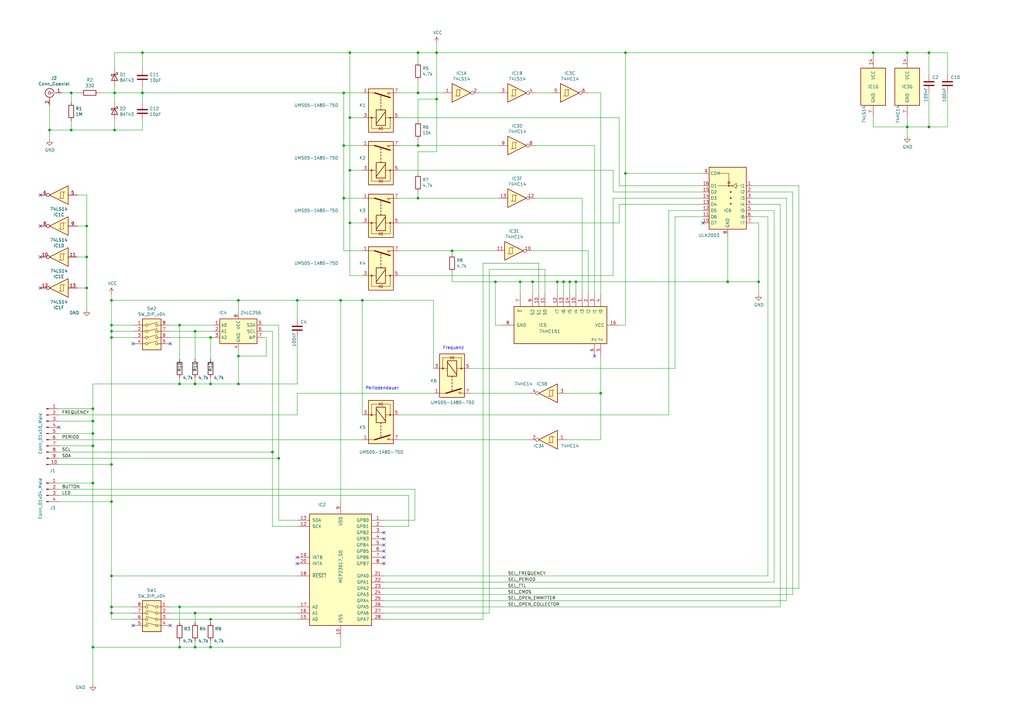
<source format=kicad_sch>
(kicad_sch (version 20211123) (generator eeschema)
  (paper "A3")
  (lib_symbols
    (symbol "100-MHz-TTL-CMOS-rescue:74HC14-74xx-100-MHz-TTL-CMOS-rescue" (pin_names (offset 1.016))
      (property "Reference" "U" (at 0 1.27 0))
      (property "Value" "74HC14-74xx-100-MHz-TTL-CMOS-rescue" (at 0 -1.27 0))
      (symbol "74HC14-74xx-100-MHz-TTL-CMOS-rescue_1_0"
        (pin input line (at -7.62 0 0) (length 3.81) (name "~") (number "1"))
        (pin output inverted (at 7.62 0 180) (length 3.81) (name "~") (number "2"))
      )
      (symbol "74HC14-74xx-100-MHz-TTL-CMOS-rescue_2_0"
        (pin input line (at -7.62 0 0) (length 3.81) (name "~") (number "3"))
        (pin output inverted (at 7.62 0 180) (length 3.81) (name "~") (number "4"))
      )
      (symbol "74HC14-74xx-100-MHz-TTL-CMOS-rescue_3_0"
        (pin input line (at -7.62 0 0) (length 3.81) (name "~") (number "5"))
        (pin output inverted (at 7.62 0 180) (length 3.81) (name "~") (number "6"))
      )
      (symbol "74HC14-74xx-100-MHz-TTL-CMOS-rescue_4_0"
        (pin output inverted (at 7.62 0 180) (length 3.81) (name "~") (number "8"))
        (pin input line (at -7.62 0 0) (length 3.81) (name "~") (number "9"))
      )
      (symbol "74HC14-74xx-100-MHz-TTL-CMOS-rescue_5_0"
        (pin output inverted (at 7.62 0 180) (length 3.81) (name "~") (number "10"))
        (pin input line (at -7.62 0 0) (length 3.81) (name "~") (number "11"))
      )
      (symbol "74HC14-74xx-100-MHz-TTL-CMOS-rescue_6_0"
        (pin output inverted (at 7.62 0 180) (length 3.81) (name "~") (number "12"))
        (pin input line (at -7.62 0 0) (length 3.81) (name "~") (number "13"))
      )
      (symbol "74HC14-74xx-100-MHz-TTL-CMOS-rescue_7_0"
        (pin power_in line (at 0 12.7 270) (length 5.08) (name "VCC") (number "14"))
        (pin power_in line (at 0 -12.7 90) (length 5.08) (name "GND") (number "7"))
      )
    )
    (symbol "100-MHz-TTL-CMOS-rescue:74LS14-74xx-100-MHz-TTL-CMOS-rescue" (pin_names (offset 1.016))
      (property "Reference" "U" (at 0 1.27 0))
      (property "Value" "74LS14-74xx-100-MHz-TTL-CMOS-rescue" (at 0 -1.27 0))
      (symbol "74LS14-74xx-100-MHz-TTL-CMOS-rescue_1_0"
        (pin input line (at -7.62 0 0) (length 3.81) (name "~") (number "1"))
        (pin output inverted (at 7.62 0 180) (length 3.81) (name "~") (number "2"))
      )
      (symbol "74LS14-74xx-100-MHz-TTL-CMOS-rescue_2_0"
        (pin input line (at -7.62 0 0) (length 3.81) (name "~") (number "3"))
        (pin output inverted (at 7.62 0 180) (length 3.81) (name "~") (number "4"))
      )
      (symbol "74LS14-74xx-100-MHz-TTL-CMOS-rescue_3_0"
        (pin input line (at -7.62 0 0) (length 3.81) (name "~") (number "5"))
        (pin output inverted (at 7.62 0 180) (length 3.81) (name "~") (number "6"))
      )
      (symbol "74LS14-74xx-100-MHz-TTL-CMOS-rescue_4_0"
        (pin output inverted (at 7.62 0 180) (length 3.81) (name "~") (number "8"))
        (pin input line (at -7.62 0 0) (length 3.81) (name "~") (number "9"))
      )
      (symbol "74LS14-74xx-100-MHz-TTL-CMOS-rescue_5_0"
        (pin output inverted (at 7.62 0 180) (length 3.81) (name "~") (number "10"))
        (pin input line (at -7.62 0 0) (length 3.81) (name "~") (number "11"))
      )
      (symbol "74LS14-74xx-100-MHz-TTL-CMOS-rescue_6_0"
        (pin output inverted (at 7.62 0 180) (length 3.81) (name "~") (number "12"))
        (pin input line (at -7.62 0 0) (length 3.81) (name "~") (number "13"))
      )
      (symbol "74LS14-74xx-100-MHz-TTL-CMOS-rescue_7_0"
        (pin power_in line (at 0 12.7 270) (length 5.08) (name "VCC") (number "14"))
        (pin power_in line (at 0 -12.7 90) (length 5.08) (name "GND") (number "7"))
      )
    )
    (symbol "100-MHz-TTL-CMOS-rescue:74LS151-74xx-100-MHz-TTL-CMOS-rescue" (pin_names (offset 1.016))
      (property "Reference" "U" (at -7.62 19.05 0))
      (property "Value" "74LS151-74xx-100-MHz-TTL-CMOS-rescue" (at -7.62 -21.59 0))
      (symbol "74LS151-74xx-100-MHz-TTL-CMOS-rescue_1_0"
        (pin input line (at -12.7 7.62 0) (length 5.08) (name "I3") (number "1"))
        (pin input line (at -12.7 -10.16 0) (length 5.08) (name "S1") (number "10"))
        (pin input line (at -12.7 -7.62 0) (length 5.08) (name "S0") (number "11"))
        (pin input line (at -12.7 -2.54 0) (length 5.08) (name "I7") (number "12"))
        (pin input line (at -12.7 0 0) (length 5.08) (name "I6") (number "13"))
        (pin input line (at -12.7 2.54 0) (length 5.08) (name "I5") (number "14"))
        (pin input line (at -12.7 5.08 0) (length 5.08) (name "I4") (number "15"))
        (pin power_in line (at 0 22.86 270) (length 5.08) (name "VCC") (number "16"))
        (pin input line (at -12.7 10.16 0) (length 5.08) (name "I2") (number "2"))
        (pin input line (at -12.7 12.7 0) (length 5.08) (name "I1") (number "3"))
        (pin input line (at -12.7 15.24 0) (length 5.08) (name "I0") (number "4"))
        (pin output line (at 12.7 15.24 180) (length 5.08) (name "Z") (number "5"))
        (pin output line (at 12.7 12.7 180) (length 5.08) (name "~{Z}") (number "6"))
        (pin input line (at -12.7 -17.78 0) (length 5.08) (name "~{E}") (number "7"))
        (pin power_in line (at 0 -25.4 90) (length 5.08) (name "GND") (number "8"))
        (pin input line (at -12.7 -12.7 0) (length 5.08) (name "S2") (number "9"))
      )
    )
    (symbol "100-MHz-TTL-CMOS-rescue:BAT43-Diode-100-MHz-TTL-CMOS-rescue" (pin_numbers hide) (pin_names (offset 1.016) hide)
      (property "Reference" "D" (at 0 2.54 0))
      (property "Value" "BAT43-Diode-100-MHz-TTL-CMOS-rescue" (at 0 -2.54 0))
      (symbol "BAT43-Diode-100-MHz-TTL-CMOS-rescue_1_1"
        (pin passive line (at -3.81 0 0) (length 2.54) (name "K") (number "1"))
        (pin passive line (at 3.81 0 180) (length 2.54) (name "A") (number "2"))
      )
    )
    (symbol "100-MHz-TTL-CMOS-rescue:C-Device-100-MHz-TTL-CMOS-rescue" (pin_numbers hide) (pin_names (offset 0.254))
      (property "Reference" "C" (at 0.635 2.54 0))
      (property "Value" "C-Device-100-MHz-TTL-CMOS-rescue" (at 0.635 -2.54 0))
      (symbol "C-Device-100-MHz-TTL-CMOS-rescue_1_1"
        (pin passive line (at 0 3.81 270) (length 2.794) (name "~") (number "1"))
        (pin passive line (at 0 -3.81 90) (length 2.794) (name "~") (number "2"))
      )
    )
    (symbol "100-MHz-TTL-CMOS-rescue:Conn_01x04_Male-Connector-100-MHz-TTL-CMOS-rescue" (pin_names (offset 1.016) hide)
      (property "Reference" "J" (at 0 5.08 0))
      (property "Value" "Conn_01x04_Male-Connector-100-MHz-TTL-CMOS-rescue" (at 0 -7.62 0))
      (symbol "Conn_01x04_Male-Connector-100-MHz-TTL-CMOS-rescue_1_1"
        (pin passive line (at 5.08 2.54 180) (length 3.81) (name "Pin_1") (number "1"))
        (pin passive line (at 5.08 0 180) (length 3.81) (name "Pin_2") (number "2"))
        (pin passive line (at 5.08 -2.54 180) (length 3.81) (name "Pin_3") (number "3"))
        (pin passive line (at 5.08 -5.08 180) (length 3.81) (name "Pin_4") (number "4"))
      )
    )
    (symbol "100-MHz-TTL-CMOS-rescue:Conn_01x10_Male-Connector-100-MHz-TTL-CMOS-rescue" (pin_names (offset 1.016) hide)
      (property "Reference" "J" (at 0 12.7 0))
      (property "Value" "Conn_01x10_Male-Connector-100-MHz-TTL-CMOS-rescue" (at 0 -15.24 0))
      (symbol "Conn_01x10_Male-Connector-100-MHz-TTL-CMOS-rescue_1_1"
        (pin passive line (at 5.08 10.16 180) (length 3.81) (name "Pin_1") (number "1"))
        (pin passive line (at 5.08 -12.7 180) (length 3.81) (name "Pin_10") (number "10"))
        (pin passive line (at 5.08 7.62 180) (length 3.81) (name "Pin_2") (number "2"))
        (pin passive line (at 5.08 5.08 180) (length 3.81) (name "Pin_3") (number "3"))
        (pin passive line (at 5.08 2.54 180) (length 3.81) (name "Pin_4") (number "4"))
        (pin passive line (at 5.08 0 180) (length 3.81) (name "Pin_5") (number "5"))
        (pin passive line (at 5.08 -2.54 180) (length 3.81) (name "Pin_6") (number "6"))
        (pin passive line (at 5.08 -5.08 180) (length 3.81) (name "Pin_7") (number "7"))
        (pin passive line (at 5.08 -7.62 180) (length 3.81) (name "Pin_8") (number "8"))
        (pin passive line (at 5.08 -10.16 180) (length 3.81) (name "Pin_9") (number "9"))
      )
    )
    (symbol "100-MHz-TTL-CMOS-rescue:Conn_Coaxial-Connector-100-MHz-TTL-CMOS-rescue" (pin_names (offset 1.016) hide)
      (property "Reference" "J" (at 0.254 3.048 0))
      (property "Value" "Conn_Coaxial-Connector-100-MHz-TTL-CMOS-rescue" (at 2.921 0 90))
      (symbol "Conn_Coaxial-Connector-100-MHz-TTL-CMOS-rescue_1_1"
        (pin passive line (at -5.08 0 0) (length 2.54) (name "In") (number "1"))
        (pin passive line (at 0 -5.08 90) (length 2.54) (name "Ext") (number "2"))
      )
    )
    (symbol "100-MHz-TTL-CMOS-rescue:GND-power-100-MHz-TTL-CMOS-rescue" (power) (pin_names (offset 0))
      (property "Value" "GND-power-100-MHz-TTL-CMOS-rescue" (at 0 -3.81 0))
      (symbol "GND-power-100-MHz-TTL-CMOS-rescue_1_1"
        (pin power_in line (at 0 0 270) (length 0) hide (name "GND") (number "1"))
      )
    )
    (symbol "100-MHz-TTL-CMOS-rescue:MCP23017_SO-Interface_Expansion-100-MHz-TTL-CMOS-rescue" (pin_names (offset 1.016))
      (property "Reference" "U" (at -11.43 24.13 0))
      (property "Value" "MCP23017_SO-Interface_Expansion-100-MHz-TTL-CMOS-rescue" (at 0 0 0))
      (symbol "MCP23017_SO-Interface_Expansion-100-MHz-TTL-CMOS-rescue_1_1"
        (pin bidirectional line (at 17.78 20.32 180) (length 5.08) (name "GPB0") (number "1"))
        (pin power_in line (at 0 -27.94 90) (length 5.08) (name "VSS") (number "10"))
        (pin no_connect line (at -12.7 15.24 0) (length 5.08) hide (name "NC") (number "11"))
        (pin input line (at -17.78 17.78 0) (length 5.08) (name "SCK") (number "12"))
        (pin bidirectional line (at -17.78 20.32 0) (length 5.08) (name "SDA") (number "13"))
        (pin no_connect line (at -12.7 12.7 0) (length 5.08) hide (name "NC") (number "14"))
        (pin input line (at -17.78 -20.32 0) (length 5.08) (name "A0") (number "15"))
        (pin input line (at -17.78 -17.78 0) (length 5.08) (name "A1") (number "16"))
        (pin input line (at -17.78 -15.24 0) (length 5.08) (name "A2") (number "17"))
        (pin input line (at -17.78 -2.54 0) (length 5.08) (name "~{RESET}") (number "18"))
        (pin tri_state line (at -17.78 5.08 0) (length 5.08) (name "INTB") (number "19"))
        (pin bidirectional line (at 17.78 17.78 180) (length 5.08) (name "GPB1") (number "2"))
        (pin tri_state line (at -17.78 2.54 0) (length 5.08) (name "INTA") (number "20"))
        (pin bidirectional line (at 17.78 -2.54 180) (length 5.08) (name "GPA0") (number "21"))
        (pin bidirectional line (at 17.78 -5.08 180) (length 5.08) (name "GPA1") (number "22"))
        (pin bidirectional line (at 17.78 -7.62 180) (length 5.08) (name "GPA2") (number "23"))
        (pin bidirectional line (at 17.78 -10.16 180) (length 5.08) (name "GPA3") (number "24"))
        (pin bidirectional line (at 17.78 -12.7 180) (length 5.08) (name "GPA4") (number "25"))
        (pin bidirectional line (at 17.78 -15.24 180) (length 5.08) (name "GPA5") (number "26"))
        (pin bidirectional line (at 17.78 -17.78 180) (length 5.08) (name "GPA6") (number "27"))
        (pin bidirectional line (at 17.78 -20.32 180) (length 5.08) (name "GPA7") (number "28"))
        (pin bidirectional line (at 17.78 15.24 180) (length 5.08) (name "GPB2") (number "3"))
        (pin bidirectional line (at 17.78 12.7 180) (length 5.08) (name "GPB3") (number "4"))
        (pin bidirectional line (at 17.78 10.16 180) (length 5.08) (name "GPB4") (number "5"))
        (pin bidirectional line (at 17.78 7.62 180) (length 5.08) (name "GPB5") (number "6"))
        (pin bidirectional line (at 17.78 5.08 180) (length 5.08) (name "GPB6") (number "7"))
        (pin bidirectional line (at 17.78 2.54 180) (length 5.08) (name "GPB7") (number "8"))
        (pin power_in line (at 0 27.94 270) (length 5.08) (name "VDD") (number "9"))
      )
    )
    (symbol "100-MHz-TTL-CMOS-rescue:R-Device-100-MHz-TTL-CMOS-rescue" (pin_numbers hide) (pin_names (offset 0))
      (property "Reference" "R" (at 2.032 0 90))
      (property "Value" "R-Device-100-MHz-TTL-CMOS-rescue" (at 0 0 90))
      (symbol "R-Device-100-MHz-TTL-CMOS-rescue_1_1"
        (pin passive line (at 0 3.81 270) (length 1.27) (name "~") (number "1"))
        (pin passive line (at 0 -3.81 90) (length 1.27) (name "~") (number "2"))
      )
    )
    (symbol "100-MHz-TTL-CMOS-rescue:SW_DIP_x04-Switch-100-MHz-TTL-CMOS-rescue" (pin_names (offset 0) hide)
      (property "Reference" "SW" (at 0 8.89 0))
      (property "Value" "SW_DIP_x04-Switch-100-MHz-TTL-CMOS-rescue" (at 0 -6.35 0))
      (symbol "SW_DIP_x04-Switch-100-MHz-TTL-CMOS-rescue_1_1"
        (pin passive line (at -7.62 5.08 0) (length 5.08) (name "~") (number "1"))
        (pin passive line (at -7.62 2.54 0) (length 5.08) (name "~") (number "2"))
        (pin passive line (at -7.62 0 0) (length 5.08) (name "~") (number "3"))
        (pin passive line (at -7.62 -2.54 0) (length 5.08) (name "~") (number "4"))
        (pin passive line (at 7.62 -2.54 180) (length 5.08) (name "~") (number "5"))
        (pin passive line (at 7.62 0 180) (length 5.08) (name "~") (number "6"))
        (pin passive line (at 7.62 2.54 180) (length 5.08) (name "~") (number "7"))
        (pin passive line (at 7.62 5.08 180) (length 5.08) (name "~") (number "8"))
      )
    )
    (symbol "100-MHz-TTL-CMOS-rescue:ULN2003-Transistor_Array-100-MHz-TTL-CMOS-rescue"
      (property "Reference" "U" (at 0 15.875 0))
      (property "Value" "ULN2003-Transistor_Array-100-MHz-TTL-CMOS-rescue" (at 0 13.97 0))
      (symbol "ULN2003-Transistor_Array-100-MHz-TTL-CMOS-rescue_1_1"
        (pin input line (at -10.16 5.08 0) (length 2.54) (name "I1") (number "1"))
        (pin open_collector line (at 10.16 -10.16 180) (length 2.54) (name "O7") (number "10"))
        (pin open_collector line (at 10.16 -7.62 180) (length 2.54) (name "O6") (number "11"))
        (pin open_collector line (at 10.16 -5.08 180) (length 2.54) (name "O5") (number "12"))
        (pin open_collector line (at 10.16 -2.54 180) (length 2.54) (name "O4") (number "13"))
        (pin open_collector line (at 10.16 0 180) (length 2.54) (name "O3") (number "14"))
        (pin open_collector line (at 10.16 2.54 180) (length 2.54) (name "O2") (number "15"))
        (pin open_collector line (at 10.16 5.08 180) (length 2.54) (name "O1") (number "16"))
        (pin input line (at -10.16 2.54 0) (length 2.54) (name "I2") (number "2"))
        (pin input line (at -10.16 0 0) (length 2.54) (name "I3") (number "3"))
        (pin input line (at -10.16 -2.54 0) (length 2.54) (name "I4") (number "4"))
        (pin input line (at -10.16 -5.08 0) (length 2.54) (name "I5") (number "5"))
        (pin input line (at -10.16 -7.62 0) (length 2.54) (name "I6") (number "6"))
        (pin input line (at -10.16 -10.16 0) (length 2.54) (name "I7") (number "7"))
        (pin power_in line (at 0 -15.24 90) (length 2.54) (name "GND") (number "8"))
        (pin passive line (at 10.16 10.16 180) (length 2.54) (name "COM") (number "9"))
      )
    )
    (symbol "100-MHz-TTL-CMOS-rescue:VCC-power-100-MHz-TTL-CMOS-rescue" (power) (pin_names (offset 0))
      (property "Value" "VCC-power-100-MHz-TTL-CMOS-rescue" (at 0 3.81 0))
      (symbol "VCC-power-100-MHz-TTL-CMOS-rescue_1_1"
        (pin power_in line (at 0 0 90) (length 0) hide (name "VCC") (number "1"))
      )
    )
    (symbol "Memory_EEPROM:24LC256"
      (property "Reference" "U" (at -6.35 6.35 0))
      (property "Value" "24LC256" (at 1.27 6.35 0))
      (symbol "24LC256_1_1"
        (pin input line (at -10.16 2.54 0) (length 2.54) (name "A0") (number "1"))
        (pin input line (at -10.16 0 0) (length 2.54) (name "A1") (number "2"))
        (pin input line (at -10.16 -2.54 0) (length 2.54) (name "A2") (number "3"))
        (pin power_in line (at 0 -7.62 90) (length 2.54) (name "GND") (number "4"))
        (pin bidirectional line (at 10.16 2.54 180) (length 2.54) (name "SDA") (number "5"))
        (pin input line (at 10.16 0 180) (length 2.54) (name "SCL") (number "6"))
        (pin input line (at 10.16 -2.54 180) (length 2.54) (name "WP") (number "7"))
        (pin power_in line (at 0 7.62 270) (length 2.54) (name "VCC") (number "8"))
      )
    )
    (symbol "New_Library:UMS05-1A80-75D"
      (property "Reference" "K" (at 7.62 3.81 0))
      (property "Value" "UMS05-1A80-75D" (at 7.62 1.27 0))
      (symbol "UMS05-1A80-75D_1_1"
        (pin passive line (at 5.08 -7.62 90) (length 2.54) (name "~") (number "1"))
        (pin passive line (at -5.08 -7.62 90) (length 2.54) (name "~") (number "3"))
        (pin passive line (at -5.08 7.62 270) (length 2.54) (name "~") (number "5"))
        (pin passive line (at 5.08 7.62 270) (length 2.54) (name "~") (number "7"))
      )
    )
  )
  (junction (at 73.66 248.92))
  (junction (at 45.72 123.19))
  (junction (at 233.68 115.57))
  (junction (at 38.1 265.43))
  (junction (at 139.7 123.19))
  (junction (at 179.07 40.64))
  (junction (at 171.45 81.28))
  (junction (at 114.3 187.96))
  (junction (at 298.45 115.57))
  (junction (at 38.1 167.64))
  (junction (at 228.6 115.57))
  (junction (at 372.11 21.59))
  (junction (at 73.66 133.35))
  (junction (at 246.38 161.29))
  (junction (at 213.36 115.57))
  (junction (at 97.79 157.48))
  (junction (at 80.01 157.48))
  (junction (at 38.1 172.72))
  (junction (at 73.66 157.48))
  (junction (at 256.54 71.12))
  (junction (at 381 52.07))
  (junction (at 171.45 21.59))
  (junction (at 143.51 91.44))
  (junction (at 140.97 59.69))
  (junction (at 80.01 251.46))
  (junction (at 143.51 48.26))
  (junction (at 58.42 21.59))
  (junction (at 372.11 52.07))
  (junction (at 171.45 38.1))
  (junction (at 381 21.59))
  (junction (at 35.56 105.41))
  (junction (at 35.56 92.71))
  (junction (at 46.99 53.34))
  (junction (at 231.14 115.57))
  (junction (at 140.97 38.1))
  (junction (at 148.59 123.19))
  (junction (at 46.99 38.1))
  (junction (at 29.21 38.1))
  (junction (at 20.32 53.34))
  (junction (at 45.72 236.22))
  (junction (at 358.14 21.59))
  (junction (at 86.36 138.43))
  (junction (at 45.72 133.35))
  (junction (at 121.92 123.19))
  (junction (at 45.72 135.89))
  (junction (at 38.1 198.12))
  (junction (at 45.72 248.92))
  (junction (at 38.1 182.88))
  (junction (at 80.01 135.89))
  (junction (at 58.42 38.1))
  (junction (at 185.42 102.87))
  (junction (at 97.79 123.19))
  (junction (at 111.76 185.42))
  (junction (at 45.72 205.74))
  (junction (at 143.51 69.85))
  (junction (at 86.36 157.48))
  (junction (at 45.72 190.5))
  (junction (at 143.51 21.59))
  (junction (at 256.54 21.59))
  (junction (at 80.01 265.43))
  (junction (at 236.22 115.57))
  (junction (at 140.97 81.28))
  (junction (at 218.44 115.57))
  (junction (at 203.2 115.57))
  (junction (at 29.21 53.34))
  (junction (at 86.36 254))
  (junction (at 45.72 138.43))
  (junction (at 311.15 115.57))
  (junction (at 97.79 146.05))
  (junction (at 38.1 177.8))
  (junction (at 171.45 59.69))
  (junction (at 73.66 265.43))
  (junction (at 45.72 251.46))
  (junction (at 35.56 118.11))
  (junction (at 86.36 265.43))
  (junction (at 179.07 21.59))
  (no_connect (at 24.13 175.26))
  (no_connect (at 157.48 231.14))
  (no_connect (at 157.48 228.6))
  (no_connect (at 16.51 80.01))
  (no_connect (at 157.48 223.52))
  (no_connect (at 16.51 92.71))
  (no_connect (at 54.61 140.97))
  (no_connect (at 69.85 256.54))
  (no_connect (at 16.51 105.41))
  (no_connect (at 157.48 218.44))
  (no_connect (at 288.29 91.44))
  (no_connect (at 16.51 118.11))
  (no_connect (at 157.48 226.06))
  (no_connect (at 243.84 146.05))
  (no_connect (at 157.48 220.98))
  (no_connect (at 54.61 256.54))
  (no_connect (at 69.85 140.97))
  (no_connect (at 121.92 228.6))
  (no_connect (at 121.92 231.14))
  (wire (pts (xy 157.48 213.36) (xy 170.18 213.36)))
  (wire (pts (xy 46.99 41.91) (xy 46.99 38.1)))
  (wire (pts (xy 228.6 120.65) (xy 228.6 115.57)))
  (wire (pts (xy 381 38.1) (xy 381 52.07)))
  (wire (pts (xy 20.32 57.15) (xy 20.32 53.34)))
  (wire (pts (xy 181.61 38.1) (xy 171.45 38.1)))
  (wire (pts (xy 241.3 120.65) (xy 241.3 102.87)))
  (wire (pts (xy 274.32 170.18) (xy 274.32 86.36)))
  (wire (pts (xy 29.21 53.34) (xy 20.32 53.34)))
  (wire (pts (xy 24.13 177.8) (xy 38.1 177.8)))
  (wire (pts (xy 213.36 115.57) (xy 218.44 115.57)))
  (wire (pts (xy 171.45 59.69) (xy 171.45 57.15)))
  (wire (pts (xy 80.01 265.43) (xy 80.01 262.89)))
  (wire (pts (xy 163.83 170.18) (xy 274.32 170.18)))
  (wire (pts (xy 45.72 135.89) (xy 45.72 138.43)))
  (wire (pts (xy 200.66 110.49) (xy 223.52 110.49)))
  (wire (pts (xy 388.62 38.1) (xy 388.62 52.07)))
  (wire (pts (xy 121.92 123.19) (xy 121.92 130.81)))
  (wire (pts (xy 38.1 182.88) (xy 38.1 198.12)))
  (wire (pts (xy 314.96 236.22) (xy 157.48 236.22)))
  (wire (pts (xy 24.13 172.72) (xy 38.1 172.72)))
  (wire (pts (xy 320.04 83.82) (xy 320.04 248.92)))
  (wire (pts (xy 73.66 157.48) (xy 80.01 157.48)))
  (wire (pts (xy 381 52.07) (xy 388.62 52.07)))
  (wire (pts (xy 213.36 120.65) (xy 213.36 115.57)))
  (wire (pts (xy 200.66 110.49) (xy 200.66 251.46)))
  (wire (pts (xy 241.3 38.1) (xy 246.38 38.1)))
  (wire (pts (xy 220.98 107.95) (xy 220.98 120.65)))
  (wire (pts (xy 381 21.59) (xy 388.62 21.59)))
  (wire (pts (xy 322.58 246.38) (xy 322.58 81.28)))
  (wire (pts (xy 73.66 265.43) (xy 80.01 265.43)))
  (wire (pts (xy 171.45 59.69) (xy 204.47 59.69)))
  (wire (pts (xy 256.54 21.59) (xy 256.54 71.12)))
  (wire (pts (xy 163.83 81.28) (xy 171.45 81.28)))
  (wire (pts (xy 46.99 53.34) (xy 29.21 53.34)))
  (wire (pts (xy 54.61 254) (xy 45.72 254)))
  (wire (pts (xy 45.72 135.89) (xy 54.61 135.89)))
  (wire (pts (xy 80.01 135.89) (xy 69.85 135.89)))
  (wire (pts (xy 372.11 21.59) (xy 381 21.59)))
  (wire (pts (xy 251.46 78.74) (xy 251.46 69.85)))
  (wire (pts (xy 97.79 157.48) (xy 97.79 146.05)))
  (wire (pts (xy 111.76 135.89) (xy 111.76 185.42)))
  (wire (pts (xy 200.66 251.46) (xy 157.48 251.46)))
  (wire (pts (xy 35.56 118.11) (xy 35.56 105.41)))
  (wire (pts (xy 256.54 133.35) (xy 256.54 71.12)))
  (wire (pts (xy 40.64 38.1) (xy 46.99 38.1)))
  (wire (pts (xy 148.59 123.19) (xy 148.59 170.18)))
  (wire (pts (xy 140.97 81.28) (xy 140.97 59.69)))
  (wire (pts (xy 140.97 102.87) (xy 140.97 81.28)))
  (wire (pts (xy 69.85 133.35) (xy 73.66 133.35)))
  (wire (pts (xy 25.4 38.1) (xy 29.21 38.1)))
  (wire (pts (xy 24.13 198.12) (xy 38.1 198.12)))
  (wire (pts (xy 58.42 21.59) (xy 46.99 21.59)))
  (wire (pts (xy 148.59 81.28) (xy 140.97 81.28)))
  (wire (pts (xy 203.2 115.57) (xy 185.42 115.57)))
  (wire (pts (xy 58.42 38.1) (xy 140.97 38.1)))
  (wire (pts (xy 143.51 48.26) (xy 143.51 69.85)))
  (wire (pts (xy 31.75 92.71) (xy 35.56 92.71)))
  (wire (pts (xy 24.13 190.5) (xy 45.72 190.5)))
  (wire (pts (xy 171.45 81.28) (xy 204.47 81.28)))
  (wire (pts (xy 139.7 205.74) (xy 139.7 123.19)))
  (wire (pts (xy 254 91.44) (xy 254 83.82)))
  (wire (pts (xy 171.45 25.4) (xy 171.45 21.59)))
  (wire (pts (xy 24.13 167.64) (xy 38.1 167.64)))
  (wire (pts (xy 157.48 241.3) (xy 327.66 241.3)))
  (wire (pts (xy 139.7 123.19) (xy 148.59 123.19)))
  (wire (pts (xy 171.45 21.59) (xy 179.07 21.59)))
  (wire (pts (xy 121.92 161.29) (xy 177.8 161.29)))
  (wire (pts (xy 111.76 185.42) (xy 111.76 215.9)))
  (wire (pts (xy 35.56 92.71) (xy 35.56 80.01)))
  (wire (pts (xy 185.42 102.87) (xy 163.83 102.87)))
  (wire (pts (xy 314.96 88.9) (xy 308.61 88.9)))
  (wire (pts (xy 73.66 262.89) (xy 73.66 265.43)))
  (wire (pts (xy 80.01 255.27) (xy 80.01 251.46)))
  (wire (pts (xy 308.61 78.74) (xy 325.12 78.74)))
  (wire (pts (xy 254 83.82) (xy 288.29 83.82)))
  (wire (pts (xy 163.83 180.34) (xy 217.17 180.34)))
  (wire (pts (xy 254 133.35) (xy 256.54 133.35)))
  (wire (pts (xy 246.38 161.29) (xy 246.38 180.34)))
  (wire (pts (xy 251.46 69.85) (xy 163.83 69.85)))
  (wire (pts (xy 388.62 21.59) (xy 388.62 30.48)))
  (wire (pts (xy 73.66 133.35) (xy 87.63 133.35)))
  (wire (pts (xy 86.36 157.48) (xy 97.79 157.48)))
  (wire (pts (xy 163.83 59.69) (xy 171.45 59.69)))
  (wire (pts (xy 54.61 251.46) (xy 45.72 251.46)))
  (wire (pts (xy 109.22 138.43) (xy 109.22 146.05)))
  (wire (pts (xy 233.68 115.57) (xy 236.22 115.57)))
  (wire (pts (xy 24.13 205.74) (xy 45.72 205.74)))
  (wire (pts (xy 86.36 255.27) (xy 86.36 254)))
  (wire (pts (xy 143.51 21.59) (xy 143.51 48.26)))
  (wire (pts (xy 46.99 21.59) (xy 46.99 27.94)))
  (wire (pts (xy 288.29 81.28) (xy 251.46 81.28)))
  (wire (pts (xy 213.36 115.57) (xy 203.2 115.57)))
  (wire (pts (xy 238.76 120.65) (xy 238.76 81.28)))
  (wire (pts (xy 121.92 161.29) (xy 121.92 170.18)))
  (wire (pts (xy 80.01 157.48) (xy 86.36 157.48)))
  (wire (pts (xy 246.38 146.05) (xy 246.38 161.29)))
  (wire (pts (xy 73.66 147.32) (xy 73.66 133.35)))
  (wire (pts (xy 45.72 251.46) (xy 45.72 248.92)))
  (wire (pts (xy 86.36 262.89) (xy 86.36 265.43)))
  (wire (pts (xy 372.11 52.07) (xy 372.11 48.26)))
  (wire (pts (xy 238.76 81.28) (xy 219.71 81.28)))
  (wire (pts (xy 288.29 76.2) (xy 254 76.2)))
  (wire (pts (xy 317.5 86.36) (xy 317.5 238.76)))
  (wire (pts (xy 38.1 167.64) (xy 38.1 172.72)))
  (wire (pts (xy 143.51 69.85) (xy 148.59 69.85)))
  (wire (pts (xy 228.6 115.57) (xy 231.14 115.57)))
  (wire (pts (xy 204.47 38.1) (xy 196.85 38.1)))
  (wire (pts (xy 58.42 35.56) (xy 58.42 38.1)))
  (wire (pts (xy 46.99 49.53) (xy 46.99 53.34)))
  (wire (pts (xy 148.59 102.87) (xy 140.97 102.87)))
  (wire (pts (xy 179.07 21.59) (xy 256.54 21.59)))
  (wire (pts (xy 157.48 215.9) (xy 167.64 215.9)))
  (wire (pts (xy 219.71 59.69) (xy 243.84 59.69)))
  (wire (pts (xy 170.18 200.66) (xy 170.18 213.36)))
  (wire (pts (xy 231.14 115.57) (xy 233.68 115.57)))
  (wire (pts (xy 35.56 80.01) (xy 31.75 80.01)))
  (wire (pts (xy 80.01 154.94) (xy 80.01 157.48)))
  (wire (pts (xy 143.51 91.44) (xy 143.51 113.03)))
  (wire (pts (xy 121.92 248.92) (xy 73.66 248.92)))
  (wire (pts (xy 45.72 138.43) (xy 45.72 190.5)))
  (wire (pts (xy 114.3 213.36) (xy 114.3 187.96)))
  (wire (pts (xy 38.1 177.8) (xy 38.1 182.88)))
  (wire (pts (xy 246.38 38.1) (xy 246.38 120.65)))
  (wire (pts (xy 31.75 105.41) (xy 35.56 105.41)))
  (wire (pts (xy 143.51 48.26) (xy 148.59 48.26)))
  (wire (pts (xy 87.63 135.89) (xy 80.01 135.89)))
  (wire (pts (xy 276.86 151.13) (xy 193.04 151.13)))
  (wire (pts (xy 226.06 38.1) (xy 219.71 38.1)))
  (wire (pts (xy 308.61 91.44) (xy 311.15 91.44)))
  (wire (pts (xy 86.36 265.43) (xy 139.7 265.43)))
  (wire (pts (xy 45.72 190.5) (xy 45.72 205.74)))
  (wire (pts (xy 58.42 53.34) (xy 46.99 53.34)))
  (wire (pts (xy 38.1 198.12) (xy 38.1 265.43)))
  (wire (pts (xy 251.46 113.03) (xy 163.83 113.03)))
  (wire (pts (xy 185.42 115.57) (xy 185.42 111.76)))
  (wire (pts (xy 358.14 21.59) (xy 256.54 21.59)))
  (wire (pts (xy 241.3 102.87) (xy 218.44 102.87)))
  (wire (pts (xy 171.45 62.23) (xy 171.45 71.12)))
  (wire (pts (xy 86.36 147.32) (xy 86.36 138.43)))
  (wire (pts (xy 97.79 123.19) (xy 97.79 128.27)))
  (wire (pts (xy 236.22 115.57) (xy 298.45 115.57)))
  (wire (pts (xy 143.51 21.59) (xy 58.42 21.59)))
  (wire (pts (xy 163.83 91.44) (xy 254 91.44)))
  (wire (pts (xy 38.1 172.72) (xy 38.1 177.8)))
  (wire (pts (xy 381 30.48) (xy 381 21.59)))
  (wire (pts (xy 45.72 236.22) (xy 45.72 248.92)))
  (wire (pts (xy 308.61 81.28) (xy 322.58 81.28)))
  (wire (pts (xy 157.48 238.76) (xy 317.5 238.76)))
  (wire (pts (xy 58.42 41.91) (xy 58.42 38.1)))
  (wire (pts (xy 372.11 55.88) (xy 372.11 52.07)))
  (wire (pts (xy 121.92 123.19) (xy 139.7 123.19)))
  (wire (pts (xy 45.72 120.65) (xy 45.72 123.19)))
  (wire (pts (xy 45.72 236.22) (xy 45.72 205.74)))
  (wire (pts (xy 24.13 182.88) (xy 38.1 182.88)))
  (wire (pts (xy 38.1 265.43) (xy 38.1 280.67)))
  (wire (pts (xy 45.72 138.43) (xy 54.61 138.43)))
  (wire (pts (xy 203.2 133.35) (xy 205.74 133.35)))
  (wire (pts (xy 24.13 185.42) (xy 111.76 185.42)))
  (wire (pts (xy 73.66 154.94) (xy 73.66 157.48)))
  (wire (pts (xy 86.36 254) (xy 69.85 254)))
  (wire (pts (xy 171.45 21.59) (xy 143.51 21.59)))
  (wire (pts (xy 254 76.2) (xy 254 48.26)))
  (wire (pts (xy 38.1 157.48) (xy 38.1 167.64)))
  (wire (pts (xy 29.21 49.53) (xy 29.21 53.34)))
  (wire (pts (xy 171.45 38.1) (xy 171.45 33.02)))
  (wire (pts (xy 251.46 81.28) (xy 251.46 113.03)))
  (wire (pts (xy 179.07 62.23) (xy 171.45 62.23)))
  (wire (pts (xy 372.11 52.07) (xy 381 52.07)))
  (wire (pts (xy 308.61 83.82) (xy 320.04 83.82)))
  (wire (pts (xy 143.51 113.03) (xy 148.59 113.03)))
  (wire (pts (xy 218.44 120.65) (xy 218.44 115.57)))
  (wire (pts (xy 372.11 21.59) (xy 358.14 21.59)))
  (wire (pts (xy 231.14 120.65) (xy 231.14 115.57)))
  (wire (pts (xy 314.96 88.9) (xy 314.96 236.22)))
  (wire (pts (xy 203.2 133.35) (xy 203.2 115.57)))
  (wire (pts (xy 157.48 248.92) (xy 320.04 248.92)))
  (wire (pts (xy 218.44 115.57) (xy 228.6 115.57)))
  (wire (pts (xy 372.11 22.86) (xy 372.11 21.59)))
  (wire (pts (xy 86.36 157.48) (xy 86.36 154.94)))
  (wire (pts (xy 298.45 96.52) (xy 298.45 115.57)))
  (wire (pts (xy 24.13 170.18) (xy 121.92 170.18)))
  (wire (pts (xy 308.61 86.36) (xy 317.5 86.36)))
  (wire (pts (xy 140.97 59.69) (xy 140.97 38.1)))
  (wire (pts (xy 35.56 105.41) (xy 35.56 92.71)))
  (wire (pts (xy 148.59 59.69) (xy 140.97 59.69)))
  (wire (pts (xy 69.85 251.46) (xy 80.01 251.46)))
  (wire (pts (xy 327.66 241.3) (xy 327.66 76.2)))
  (wire (pts (xy 232.41 161.29) (xy 246.38 161.29)))
  (wire (pts (xy 298.45 115.57) (xy 311.15 115.57)))
  (wire (pts (xy 35.56 127) (xy 35.56 118.11)))
  (wire (pts (xy 274.32 86.36) (xy 288.29 86.36)))
  (wire (pts (xy 80.01 147.32) (xy 80.01 135.89)))
  (wire (pts (xy 29.21 41.91) (xy 29.21 38.1)))
  (wire (pts (xy 157.48 246.38) (xy 322.58 246.38)))
  (wire (pts (xy 139.7 261.62) (xy 139.7 265.43)))
  (wire (pts (xy 114.3 187.96) (xy 24.13 187.96)))
  (wire (pts (xy 232.41 180.34) (xy 246.38 180.34)))
  (wire (pts (xy 20.32 53.34) (xy 20.32 43.18)))
  (wire (pts (xy 58.42 27.94) (xy 58.42 21.59)))
  (wire (pts (xy 73.66 255.27) (xy 73.66 248.92)))
  (wire (pts (xy 97.79 157.48) (xy 121.92 157.48)))
  (wire (pts (xy 29.21 38.1) (xy 33.02 38.1)))
  (wire (pts (xy 311.15 120.65) (xy 311.15 115.57)))
  (wire (pts (xy 58.42 49.53) (xy 58.42 53.34)))
  (wire (pts (xy 171.45 81.28) (xy 171.45 78.74)))
  (wire (pts (xy 179.07 17.78) (xy 179.07 21.59)))
  (wire (pts (xy 325.12 78.74) (xy 325.12 243.84)))
  (wire (pts (xy 179.07 40.64) (xy 179.07 62.23)))
  (wire (pts (xy 358.14 52.07) (xy 372.11 52.07)))
  (wire (pts (xy 46.99 38.1) (xy 46.99 35.56)))
  (wire (pts (xy 220.98 107.95) (xy 198.12 107.95)))
  (wire (pts (xy 97.79 143.51) (xy 97.79 146.05)))
  (wire (pts (xy 45.72 133.35) (xy 45.72 135.89)))
  (wire (pts (xy 170.18 200.66) (xy 24.13 200.66)))
  (wire (pts (xy 185.42 102.87) (xy 203.2 102.87)))
  (wire (pts (xy 254 48.26) (xy 163.83 48.26)))
  (wire (pts (xy 45.72 248.92) (xy 54.61 248.92)))
  (wire (pts (xy 223.52 120.65) (xy 223.52 110.49)))
  (wire (pts (xy 97.79 123.19) (xy 121.92 123.19)))
  (wire (pts (xy 288.29 78.74) (xy 251.46 78.74)))
  (wire (pts (xy 143.51 91.44) (xy 148.59 91.44)))
  (wire (pts (xy 358.14 48.26) (xy 358.14 52.07)))
  (wire (pts (xy 80.01 265.43) (xy 86.36 265.43)))
  (wire (pts (xy 157.48 243.84) (xy 325.12 243.84)))
  (wire (pts (xy 45.72 254) (xy 45.72 251.46)))
  (wire (pts (xy 97.79 146.05) (xy 109.22 146.05)))
  (wire (pts (xy 45.72 133.35) (xy 54.61 133.35)))
  (wire (pts (xy 107.95 135.89) (xy 111.76 135.89)))
  (wire (pts (xy 121.92 213.36) (xy 114.3 213.36)))
  (wire (pts (xy 148.59 123.19) (xy 177.8 123.19)))
  (wire (pts (xy 24.13 180.34) (xy 148.59 180.34)))
  (wire (pts (xy 167.64 215.9) (xy 167.64 203.2)))
  (wire (pts (xy 143.51 69.85) (xy 143.51 91.44)))
  (wire (pts (xy 198.12 254) (xy 157.48 254)))
  (wire (pts (xy 243.84 59.69) (xy 243.84 120.65)))
  (wire (pts (xy 121.92 254) (xy 86.36 254)))
  (wire (pts (xy 31.75 118.11) (xy 35.56 118.11)))
  (wire (pts (xy 114.3 133.35) (xy 107.95 133.35)))
  (wire (pts (xy 163.83 38.1) (xy 171.45 38.1)))
  (wire (pts (xy 177.8 123.19) (xy 177.8 151.13)))
  (wire (pts (xy 308.61 76.2) (xy 327.66 76.2)))
  (wire (pts (xy 107.95 138.43) (xy 109.22 138.43)))
  (wire (pts (xy 111.76 215.9) (xy 121.92 215.9)))
  (wire (pts (xy 73.66 265.43) (xy 38.1 265.43)))
  (wire (pts (xy 86.36 138.43) (xy 87.63 138.43)))
  (wire (pts (xy 80.01 251.46) (xy 121.92 251.46)))
  (wire (pts (xy 69.85 138.43) (xy 86.36 138.43)))
  (wire (pts (xy 121.92 157.48) (xy 121.92 138.43)))
  (wire (pts (xy 45.72 123.19) (xy 97.79 123.19)))
  (wire (pts (xy 171.45 40.64) (xy 171.45 49.53)))
  (wire (pts (xy 256.54 71.12) (xy 288.29 71.12)))
  (wire (pts (xy 46.99 38.1) (xy 58.42 38.1)))
  (wire (pts (xy 45.72 123.19) (xy 45.72 133.35)))
  (wire (pts (xy 311.15 91.44) (xy 311.15 115.57)))
  (wire (pts (xy 358.14 22.86) (xy 358.14 21.59)))
  (wire (pts (xy 236.22 120.65) (xy 236.22 115.57)))
  (wire (pts (xy 233.68 120.65) (xy 233.68 115.57)))
  (wire (pts (xy 114.3 133.35) (xy 114.3 187.96)))
  (wire (pts (xy 276.86 88.9) (xy 288.29 88.9)))
  (wire (pts (xy 179.07 40.64) (xy 171.45 40.64)))
  (wire (pts (xy 179.07 21.59) (xy 179.07 40.64)))
  (wire (pts (xy 276.86 151.13) (xy 276.86 88.9)))
  (wire (pts (xy 185.42 104.14) (xy 185.42 102.87)))
  (wire (pts (xy 121.92 236.22) (xy 45.72 236.22)))
  (wire (pts (xy 73.66 248.92) (xy 69.85 248.92)))
  (wire (pts (xy 73.66 157.48) (xy 38.1 157.48)))
  (wire (pts (xy 217.17 161.29) (xy 193.04 161.29)))
  (wire (pts (xy 198.12 107.95) (xy 198.12 254)))
  (wire (pts (xy 148.59 38.1) (xy 140.97 38.1)))
  (wire (pts (xy 24.13 203.2) (xy 167.64 203.2)))
  (text "Periodendauer" (at 149.86 160.02 0) (effects (font (size 1.27 1.27)) (justify left bottom)))
  (text "Frequenz" (at 181.61 143.51 0) (effects (font (size 1.27 1.27)) (justify left bottom)))
  (label "SEL_PERIOD" (at 208.28 238.76 0))
  (label "BUTTON" (at 25.4 200.66 0))
  (label "SEL_CMOS" (at 208.28 243.84 0))
  (label "SEL_OPEN_COLLECTOR" (at 208.28 248.92 0))
  (label "SEL_TTL" (at 208.28 241.3 0))
  (label "FREQUENCY" (at 25.4 170.18 0))
  (label "SCL" (at 25.4 185.42 0))
  (label "LED" (at 25.4 203.2 0))
  (label "SEL_FREQUENCY" (at 208.28 236.22 0))
  (label "SDA" (at 25.4 187.96 0))
  (label "SEL_OPEN_EMMITTER" (at 208.28 246.38 0))
  (label "PERIOD" (at 25.4 180.34 0))
  (symbol (lib_id "100-MHz-TTL-CMOS-rescue:Conn_Coaxial-Connector-100-MHz-TTL-CMOS-rescue") (at 20.32 38.1 0) (mirror y) (unit 1)
    (property "Reference" "J2" (at 22.1488 32.0548 0))
    (property "Value" "Conn_Coaxial" (at 22.1488 34.3662 0))
    (property "Footprint" "Connector_Coaxial:BNC_Amphenol_B6252HB-NPP3G-50_Horizontal" (effects hide))
    (property "Datasheet" " ~" (effects hide))
  )
  (symbol (lib_id "100-MHz-TTL-CMOS-rescue:Conn_01x10_Male-Connector-100-MHz-TTL-CMOS-rescue") (at 19.05 177.8 0) (unit 1)
    (property "Reference" "J1" (at 21.59 193.04 0))
    (property "Value" "Conn_01x10_Male" (at 16.51 177.8 90))
    (property "Footprint" "Connector_PinHeader_2.54mm:PinHeader_1x10_P2.54mm_Horizontal" (effects hide))
  )
  (symbol (lib_id "100-MHz-TTL-CMOS-rescue:GND-power-100-MHz-TTL-CMOS-rescue") (at 20.32 57.15 0) (unit 1)
    (property "Reference" "#PWR0102" (effects hide))
    (property "Value" "GND" (at 20.447 61.5442 0))
  )
  (symbol (lib_id "New_Library:UMS05-1A80-75D") (at 156.21 43.18 270) (mirror x) (unit 1)
    (property "Reference" "K1" (at 147.32 43.18 90) (effects (justify left)))
    (property "Value" "UMS05-1A80-75D" (at 120.65 43.18 90) (effects (justify left)))
    (property "Footprint" "Relay_THT:Relay_SPST_StandexMeder_MS_Form1AB" (effects hide))
    (property "Datasheet" "https://standexelectronics.com/de/produkte/ums-reed-relais/" (effects hide))
  )
  (symbol (lib_id "New_Library:UMS05-1A80-75D") (at 156.21 64.77 270) (mirror x) (unit 1)
    (property "Reference" "K2" (at 147.32 64.77 90) (effects (justify left)))
    (property "Value" "UMS05-1A80-75D" (at 120.65 64.77 90) (effects (justify left)))
    (property "Footprint" "Relay_THT:Relay_SPST_StandexMeder_MS_Form1AB" (effects hide))
    (property "Datasheet" "https://standexelectronics.com/de/produkte/ums-reed-relais/" (effects hide))
  )
  (symbol (lib_id "New_Library:UMS05-1A80-75D") (at 156.21 86.36 270) (mirror x) (unit 1)
    (property "Reference" "K3" (at 147.32 86.36 90) (effects (justify left)))
    (property "Value" "UMS05-1A80-75D" (at 120.65 86.36 90) (effects (justify left)))
    (property "Footprint" "Relay_THT:Relay_SPST_StandexMeder_MS_Form1AB" (effects hide))
    (property "Datasheet" "https://standexelectronics.com/de/produkte/ums-reed-relais/" (effects hide))
  )
  (symbol (lib_id "New_Library:UMS05-1A80-75D") (at 156.21 107.95 270) (mirror x) (unit 1)
    (property "Reference" "K4" (at 147.32 107.95 90) (effects (justify left)))
    (property "Value" "UMS05-1A80-75D" (at 120.65 107.95 90) (effects (justify left)))
    (property "Footprint" "Relay_THT:Relay_SPST_StandexMeder_MS_Form1AB" (effects hide))
    (property "Datasheet" "https://standexelectronics.com/de/produkte/ums-reed-relais/" (effects hide))
  )
  (symbol (lib_id "100-MHz-TTL-CMOS-rescue:GND-power-100-MHz-TTL-CMOS-rescue") (at 38.1 280.67 0) (unit 1)
    (property "Reference" "#PWR0104" (effects hide))
    (property "Value" "GND" (at 33.02 281.94 0))
  )
  (symbol (lib_id "100-MHz-TTL-CMOS-rescue:BAT43-Diode-100-MHz-TTL-CMOS-rescue") (at 46.99 31.75 270) (unit 1)
    (property "Reference" "D1" (at 49.022 30.5816 90) (effects (justify left)))
    (property "Value" "BAT43" (at 49.022 32.893 90) (effects (justify left)))
    (property "Footprint" "Diode_THT:D_DO-35_SOD27_P7.62mm_Horizontal" (effects hide))
    (property "Datasheet" "http://www.vishay.com/docs/85660/bat42.pdf" (effects hide))
  )
  (symbol (lib_id "100-MHz-TTL-CMOS-rescue:BAT43-Diode-100-MHz-TTL-CMOS-rescue") (at 46.99 45.72 270) (unit 1)
    (property "Reference" "D2" (at 49.022 44.5516 90) (effects (justify left)))
    (property "Value" "BAT43" (at 49.022 46.863 90) (effects (justify left)))
    (property "Footprint" "Diode_THT:D_DO-35_SOD27_P7.62mm_Horizontal" (effects hide))
    (property "Datasheet" "http://www.vishay.com/docs/85660/bat42.pdf" (effects hide))
  )
  (symbol (lib_id "100-MHz-TTL-CMOS-rescue:R-Device-100-MHz-TTL-CMOS-rescue") (at 36.83 38.1 270) (unit 1)
    (property "Reference" "R2" (at 36.83 32.8422 90))
    (property "Value" "330" (at 36.83 35.1536 90))
    (property "Footprint" "Resistor_THT:R_Axial_DIN0207_L6.3mm_D2.5mm_P10.16mm_Horizontal" (effects hide))
  )
  (symbol (lib_id "100-MHz-TTL-CMOS-rescue:R-Device-100-MHz-TTL-CMOS-rescue") (at 29.21 45.72 180) (unit 1)
    (property "Reference" "R1" (at 30.988 44.5516 0) (effects (justify right)))
    (property "Value" "1M" (at 30.988 46.863 0) (effects (justify right)))
    (property "Footprint" "Resistor_THT:R_Axial_DIN0207_L6.3mm_D2.5mm_P10.16mm_Horizontal" (effects hide))
  )
  (symbol (lib_id "100-MHz-TTL-CMOS-rescue:74HC14-74xx-100-MHz-TTL-CMOS-rescue") (at 224.79 161.29 180) (unit 2)
    (property "Reference" "IC3" (at 222.25 157.48 0))
    (property "Value" "74HC14" (at 214.63 157.48 0))
    (property "Footprint" "Package_DIP:DIP-14_W7.62mm_LongPads" (effects hide))
  )
  (symbol (lib_id "100-MHz-TTL-CMOS-rescue:74HC14-74xx-100-MHz-TTL-CMOS-rescue") (at 224.79 180.34 180) (unit 1)
    (property "Reference" "IC3" (at 220.98 182.88 0))
    (property "Value" "74HC14" (at 233.68 182.88 0))
    (property "Footprint" "Package_DIP:DIP-14_W7.62mm_LongPads" (effects hide))
  )
  (symbol (lib_id "100-MHz-TTL-CMOS-rescue:74LS14-74xx-100-MHz-TTL-CMOS-rescue") (at 212.09 59.69 0) (unit 4)
    (property "Reference" "IC3" (at 212.09 51.6382 0))
    (property "Value" "74HC14" (at 212.09 53.9496 0))
    (property "Footprint" "Package_DIP:DIP-14_W7.62mm_LongPads" (effects hide))
  )
  (symbol (lib_id "100-MHz-TTL-CMOS-rescue:74HC14-74xx-100-MHz-TTL-CMOS-rescue") (at 189.23 38.1 0) (unit 1)
    (property "Reference" "IC1" (at 189.23 30.0482 0))
    (property "Value" "74LS14" (at 189.23 32.3596 0))
    (property "Footprint" "Package_DIP:DIP-14_W7.62mm_LongPads" (effects hide))
  )
  (symbol (lib_id "100-MHz-TTL-CMOS-rescue:74HC14-74xx-100-MHz-TTL-CMOS-rescue") (at 212.09 81.28 0) (unit 6)
    (property "Reference" "IC3" (at 212.09 73.2282 0))
    (property "Value" "74HC14" (at 212.09 75.5396 0))
    (property "Footprint" "Package_DIP:DIP-14_W7.62mm_LongPads" (effects hide))
  )
  (symbol (lib_id "100-MHz-TTL-CMOS-rescue:74HC14-74xx-100-MHz-TTL-CMOS-rescue") (at 210.82 102.87 0) (unit 5)
    (property "Reference" "IC3" (at 210.82 94.8182 0))
    (property "Value" "74HC14" (at 210.82 97.1296 0))
    (property "Footprint" "Package_DIP:DIP-14_W7.62mm_LongPads" (effects hide))
  )
  (symbol (lib_id "100-MHz-TTL-CMOS-rescue:R-Device-100-MHz-TTL-CMOS-rescue") (at 171.45 74.93 180) (unit 1)
    (property "Reference" "R7" (at 173.228 73.7616 0) (effects (justify right)))
    (property "Value" "4,7k" (at 173.228 76.073 0) (effects (justify right)))
    (property "Footprint" "Resistor_THT:R_Axial_DIN0207_L6.3mm_D2.5mm_P10.16mm_Horizontal" (effects hide))
  )
  (symbol (lib_id "100-MHz-TTL-CMOS-rescue:R-Device-100-MHz-TTL-CMOS-rescue") (at 185.42 107.95 180) (unit 1)
    (property "Reference" "R8" (at 187.198 106.7816 0) (effects (justify right)))
    (property "Value" "4,7k" (at 187.198 109.093 0) (effects (justify right)))
    (property "Footprint" "Resistor_THT:R_Axial_DIN0207_L6.3mm_D2.5mm_P10.16mm_Horizontal" (effects hide))
  )
  (symbol (lib_id "100-MHz-TTL-CMOS-rescue:R-Device-100-MHz-TTL-CMOS-rescue") (at 171.45 29.21 180) (unit 1)
    (property "Reference" "R5" (at 173.228 28.0416 0) (effects (justify right)))
    (property "Value" "4,7k" (at 173.228 30.353 0) (effects (justify right)))
    (property "Footprint" "Resistor_THT:R_Axial_DIN0207_L6.3mm_D2.5mm_P10.16mm_Horizontal" (effects hide))
  )
  (symbol (lib_id "100-MHz-TTL-CMOS-rescue:R-Device-100-MHz-TTL-CMOS-rescue") (at 171.45 53.34 180) (unit 1)
    (property "Reference" "R6" (at 173.228 52.1716 0) (effects (justify right)))
    (property "Value" "10k" (at 173.228 54.483 0) (effects (justify right)))
    (property "Footprint" "Resistor_THT:R_Axial_DIN0207_L6.3mm_D2.5mm_P10.16mm_Horizontal" (effects hide))
  )
  (symbol (lib_id "100-MHz-TTL-CMOS-rescue:C-Device-100-MHz-TTL-CMOS-rescue") (at 58.42 31.75 0) (unit 1)
    (property "Reference" "C11" (at 61.341 30.5816 0) (effects (justify left)))
    (property "Value" "10pF" (at 61.341 32.893 0) (effects (justify left)))
    (property "Footprint" "Capacitor_THT:C_Disc_D4.7mm_W2.5mm_P5.00mm" (effects hide))
  )
  (symbol (lib_id "100-MHz-TTL-CMOS-rescue:C-Device-100-MHz-TTL-CMOS-rescue") (at 58.42 45.72 0) (unit 1)
    (property "Reference" "C12" (at 61.341 44.5516 0) (effects (justify left)))
    (property "Value" "10pF" (at 61.341 46.863 0) (effects (justify left)))
    (property "Footprint" "Capacitor_THT:C_Disc_D4.7mm_W2.5mm_P5.00mm" (effects hide))
  )
  (symbol (lib_id "100-MHz-TTL-CMOS-rescue:VCC-power-100-MHz-TTL-CMOS-rescue") (at 179.07 17.78 0) (unit 1)
    (property "Reference" "#PWR0103" (effects hide))
    (property "Value" "VCC" (at 179.451 13.3858 0))
  )
  (symbol (lib_id "100-MHz-TTL-CMOS-rescue:74HC14-74xx-100-MHz-TTL-CMOS-rescue") (at 358.14 35.56 0) (unit 7)
    (property "Reference" "IC1" (at 358.14 35.56 0))
    (property "Value" "74LS14" (at 354.33 46.99 90))
    (property "Footprint" "Package_DIP:DIP-14_W7.62mm_LongPads" (effects hide))
  )
  (symbol (lib_id "100-MHz-TTL-CMOS-rescue:74HC14-74xx-100-MHz-TTL-CMOS-rescue") (at 233.68 38.1 0) (unit 3)
    (property "Reference" "IC3" (at 233.68 30.0482 0))
    (property "Value" "74HC14" (at 233.68 32.3596 0))
    (property "Footprint" "Package_DIP:DIP-14_W7.62mm_LongPads" (effects hide))
  )
  (symbol (lib_id "100-MHz-TTL-CMOS-rescue:74HC14-74xx-100-MHz-TTL-CMOS-rescue") (at 372.11 35.56 0) (unit 7)
    (property "Reference" "IC3" (at 372.11 35.56 0))
    (property "Value" "74HC14" (at 368.3 46.99 90))
    (property "Footprint" "Package_DIP:DIP-14_W7.62mm_LongPads" (effects hide))
  )
  (symbol (lib_id "100-MHz-TTL-CMOS-rescue:GND-power-100-MHz-TTL-CMOS-rescue") (at 372.11 55.88 0) (unit 1)
    (property "Reference" "#PWR01" (effects hide))
    (property "Value" "GND" (at 372.237 60.2742 0))
  )
  (symbol (lib_id "100-MHz-TTL-CMOS-rescue:MCP23017_SO-Interface_Expansion-100-MHz-TTL-CMOS-rescue") (at 139.7 233.68 0) (unit 1)
    (property "Reference" "IC2" (at 132.08 207.01 0))
    (property "Value" "MCP23017_SO" (at 139.7 232.41 90))
    (property "Footprint" "Package_DIP:DIP-28_W7.62mm_LongPads" (effects hide))
    (property "Datasheet" "http://ww1.microchip.com/downloads/en/DeviceDoc/20001952C.pdf" (effects hide))
  )
  (symbol (lib_id "100-MHz-TTL-CMOS-rescue:Conn_01x04_Male-Connector-100-MHz-TTL-CMOS-rescue") (at 19.05 200.66 0) (unit 1)
    (property "Reference" "J3" (at 21.59 208.28 0))
    (property "Value" "Conn_01x04_Male" (at 16.51 204.47 90))
    (property "Footprint" "Connector_PinHeader_2.54mm:PinHeader_1x04_P2.54mm_Vertical" (effects hide))
  )
  (symbol (lib_id "100-MHz-TTL-CMOS-rescue:C-Device-100-MHz-TTL-CMOS-rescue") (at 381 34.29 0) (unit 1)
    (property "Reference" "C2" (at 382.27 31.75 0) (effects (justify left)))
    (property "Value" "100nF" (at 379.73 41.91 90) (effects (justify left)))
    (property "Footprint" "Capacitor_THT:C_Rect_L10.0mm_W4.0mm_P7.50mm_FKS3_FKP3" (effects hide))
  )
  (symbol (lib_id "100-MHz-TTL-CMOS-rescue:ULN2003-Transistor_Array-100-MHz-TTL-CMOS-rescue") (at 298.45 81.28 0) (mirror y) (unit 1)
    (property "Reference" "IC6" (at 298.45 86.36 0))
    (property "Value" "ULN2003" (at 290.83 96.52 0))
    (property "Footprint" "Package_DIP:DIP-16_W7.62mm_LongPads" (effects hide))
  )
  (symbol (lib_id "100-MHz-TTL-CMOS-rescue:C-Device-100-MHz-TTL-CMOS-rescue") (at 388.62 34.29 0) (unit 1)
    (property "Reference" "C10" (at 389.89 31.75 0) (effects (justify left)))
    (property "Value" "100nF" (at 387.35 41.91 90) (effects (justify left)))
    (property "Footprint" "Capacitor_THT:C_Rect_L10.0mm_W4.0mm_P7.50mm_FKS3_FKP3" (effects hide))
  )
  (symbol (lib_id "100-MHz-TTL-CMOS-rescue:74LS151-74xx-100-MHz-TTL-CMOS-rescue") (at 231.14 133.35 270) (unit 1)
    (property "Reference" "IC5" (at 220.98 133.35 90) (effects (justify left)))
    (property "Value" "74HC151" (at 220.98 135.89 90) (effects (justify left)))
    (property "Footprint" "Package_DIP:DIP-16_W7.62mm_LongPads" (effects hide))
  )
  (symbol (lib_id "100-MHz-TTL-CMOS-rescue:GND-power-100-MHz-TTL-CMOS-rescue") (at 311.15 120.65 0) (unit 1)
    (property "Reference" "#PWR0106" (effects hide))
    (property "Value" "GND" (at 311.277 125.0442 0))
  )
  (symbol (lib_id "100-MHz-TTL-CMOS-rescue:74HC14-74xx-100-MHz-TTL-CMOS-rescue") (at 212.09 38.1 0) (unit 2)
    (property "Reference" "IC1" (at 212.09 30.0482 0))
    (property "Value" "74LS14" (at 212.09 32.3596 0))
    (property "Footprint" "Package_DIP:DIP-14_W7.62mm_LongPads" (effects hide))
  )
  (symbol (lib_id "100-MHz-TTL-CMOS-rescue:74HC14-74xx-100-MHz-TTL-CMOS-rescue") (at 24.13 80.01 180) (unit 3)
    (property "Reference" "IC1" (at 24.13 88.0618 0))
    (property "Value" "74LS14" (at 24.13 85.7504 0))
    (property "Footprint" "Package_DIP:DIP-14_W7.62mm_LongPads" (effects hide))
  )
  (symbol (lib_id "100-MHz-TTL-CMOS-rescue:74HC14-74xx-100-MHz-TTL-CMOS-rescue") (at 24.13 92.71 180) (unit 4)
    (property "Reference" "IC1" (at 24.13 100.7618 0))
    (property "Value" "74LS14" (at 24.13 98.4504 0))
    (property "Footprint" "Package_DIP:DIP-14_W7.62mm_LongPads" (effects hide))
  )
  (symbol (lib_id "100-MHz-TTL-CMOS-rescue:74HC14-74xx-100-MHz-TTL-CMOS-rescue") (at 24.13 105.41 180) (unit 5)
    (property "Reference" "IC1" (at 24.13 113.4618 0))
    (property "Value" "74LS14" (at 24.13 111.1504 0))
    (property "Footprint" "Package_DIP:DIP-14_W7.62mm_LongPads" (effects hide))
  )
  (symbol (lib_id "100-MHz-TTL-CMOS-rescue:74HC14-74xx-100-MHz-TTL-CMOS-rescue") (at 24.13 118.11 180) (unit 6)
    (property "Reference" "IC1" (at 24.13 126.1618 0))
    (property "Value" "74LS14" (at 24.13 123.8504 0))
    (property "Footprint" "Package_DIP:DIP-14_W7.62mm_LongPads" (effects hide))
  )
  (symbol (lib_id "New_Library:UMS05-1A80-75D") (at 156.21 175.26 270) (unit 1)
    (property "Reference" "K5" (at 147.32 175.26 90) (effects (justify left)))
    (property "Value" "UMS05-1A80-75D" (at 147.32 185.42 90) (effects (justify left)))
    (property "Footprint" "Relay_THT:Relay_SPST_StandexMeder_MS_Form1AB" (effects hide))
    (property "Datasheet" "https://standexelectronics.com/de/produkte/ums-reed-relais/" (effects hide))
  )
  (symbol (lib_id "New_Library:UMS05-1A80-75D") (at 185.42 156.21 270) (unit 1)
    (property "Reference" "K6" (at 176.53 156.21 90) (effects (justify left)))
    (property "Value" "UMS05-1A80-75D" (at 176.53 165.1 90) (effects (justify left)))
    (property "Footprint" "Relay_THT:Relay_SPST_StandexMeder_MS_Form1AB" (effects hide))
    (property "Datasheet" "https://standexelectronics.com/de/produkte/ums-reed-relais/" (effects hide))
  )
  (symbol (lib_id "100-MHz-TTL-CMOS-rescue:SW_DIP_x04-Switch-100-MHz-TTL-CMOS-rescue") (at 62.23 254 0) (mirror y) (unit 1)
    (property "Reference" "SW1" (at 62.23 242.1382 0))
    (property "Value" "SW_DIP_x04" (at 62.23 244.4496 0))
    (property "Footprint" "Button_Switch_THT:SW_DIP_SPSTx04_Slide_9.78x12.34mm_W7.62mm_P2.54mm" (effects hide))
  )
  (symbol (lib_id "100-MHz-TTL-CMOS-rescue:R-Device-100-MHz-TTL-CMOS-rescue") (at 73.66 259.08 0) (unit 1)
    (property "Reference" "R3" (at 75.438 257.9116 0) (effects (justify left)))
    (property "Value" "4,7k" (at 74.93 262.89 0) (effects (justify left)))
    (property "Footprint" "Resistor_THT:R_Axial_DIN0204_L3.6mm_D1.6mm_P1.90mm_Vertical" (effects hide))
  )
  (symbol (lib_id "100-MHz-TTL-CMOS-rescue:R-Device-100-MHz-TTL-CMOS-rescue") (at 80.01 259.08 0) (unit 1)
    (property "Reference" "R4" (at 81.788 257.9116 0) (effects (justify left)))
    (property "Value" "4,7k" (at 81.28 262.89 0) (effects (justify left)))
    (property "Footprint" "Resistor_THT:R_Axial_DIN0204_L3.6mm_D1.6mm_P1.90mm_Vertical" (effects hide))
  )
  (symbol (lib_id "100-MHz-TTL-CMOS-rescue:R-Device-100-MHz-TTL-CMOS-rescue") (at 86.36 259.08 0) (unit 1)
    (property "Reference" "R9" (at 88.138 257.9116 0) (effects (justify left)))
    (property "Value" "4,7k" (at 87.63 262.89 0) (effects (justify left)))
    (property "Footprint" "Resistor_THT:R_Axial_DIN0204_L3.6mm_D1.6mm_P1.90mm_Vertical" (effects hide))
  )
  (symbol (lib_id "Memory_EEPROM:24LC256") (at 97.79 135.89 0) (unit 1)
    (property "Reference" "IC4" (at 91.44 128.27 0))
    (property "Value" "24LC256" (at 102.87 128.27 0))
    (property "Footprint" "Package_DIP:DIP-8_W7.62mm_LongPads" (effects hide))
    (property "Datasheet" "http://ww1.microchip.com/downloads/en/devicedoc/21203m.pdf" (effects hide))
  )
  (symbol (lib_id "100-MHz-TTL-CMOS-rescue:SW_DIP_x04-Switch-100-MHz-TTL-CMOS-rescue") (at 62.23 138.43 0) (unit 1)
    (property "Reference" "SW2" (at 62.23 126.5682 0))
    (property "Value" "SW_DIP_x04" (at 62.23 128.8796 0))
    (property "Footprint" "Button_Switch_THT:SW_DIP_SPSTx04_Slide_9.78x12.34mm_W7.62mm_P2.54mm" (effects hide))
  )
  (symbol (lib_id "100-MHz-TTL-CMOS-rescue:R-Device-100-MHz-TTL-CMOS-rescue") (at 73.66 151.13 0) (unit 1)
    (property "Reference" "R10" (at 73.66 152.4 90) (effects (justify left)))
    (property "Value" "4,7k" (at 74.93 154.94 0) (effects (justify left)))
    (property "Footprint" "Resistor_THT:R_Axial_DIN0204_L3.6mm_D1.6mm_P1.90mm_Vertical" (effects hide))
  )
  (symbol (lib_id "100-MHz-TTL-CMOS-rescue:R-Device-100-MHz-TTL-CMOS-rescue") (at 80.01 151.13 0) (unit 1)
    (property "Reference" "R11" (at 80.01 152.4 90) (effects (justify left)))
    (property "Value" "4,7k" (at 81.28 154.94 0) (effects (justify left)))
    (property "Footprint" "Resistor_THT:R_Axial_DIN0204_L3.6mm_D1.6mm_P1.90mm_Vertical" (effects hide))
  )
  (symbol (lib_id "100-MHz-TTL-CMOS-rescue:R-Device-100-MHz-TTL-CMOS-rescue") (at 86.36 151.13 0) (unit 1)
    (property "Reference" "R12" (at 86.36 152.4 90) (effects (justify left)))
    (property "Value" "4,7k" (at 87.63 154.94 0) (effects (justify left)))
    (property "Footprint" "Resistor_THT:R_Axial_DIN0204_L3.6mm_D1.6mm_P1.90mm_Vertical" (effects hide))
  )
  (symbol (lib_id "100-MHz-TTL-CMOS-rescue:C-Device-100-MHz-TTL-CMOS-rescue") (at 121.92 134.62 0) (unit 1)
    (property "Reference" "C4" (at 123.19 132.08 0) (effects (justify left)))
    (property "Value" "100nF" (at 120.65 142.24 90) (effects (justify left)))
    (property "Footprint" "Capacitor_THT:C_Rect_L10.0mm_W4.0mm_P7.50mm_FKS3_FKP3" (effects hide))
  )
  (symbol (lib_id "100-MHz-TTL-CMOS-rescue:VCC-power-100-MHz-TTL-CMOS-rescue") (at 45.72 120.65 0) (unit 1)
    (property "Reference" "#PWR0105" (effects hide))
    (property "Value" "VCC" (at 46.101 116.2558 0))
  )
  (symbol (lib_id "100-MHz-TTL-CMOS-rescue:GND-power-100-MHz-TTL-CMOS-rescue") (at 35.56 127 0) (unit 1)
    (property "Reference" "#PWR0108" (effects hide))
    (property "Value" "GND" (at 30.48 128.27 0))
  )
)
</source>
